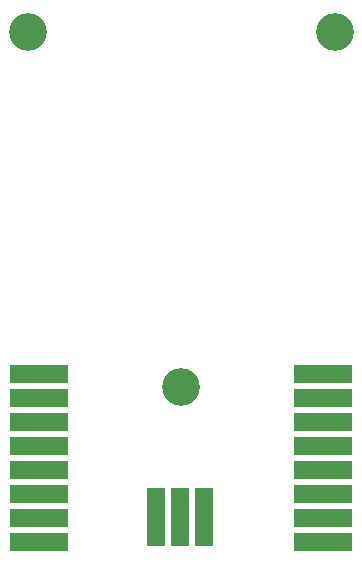
<source format=gbr>
%TF.GenerationSoftware,KiCad,Pcbnew,(5.1.10)-1*%
%TF.CreationDate,2022-02-27T18:22:25-05:00*%
%TF.ProjectId,chunair_core,6368756e-6169-4725-9f63-6f72652e6b69,rev?*%
%TF.SameCoordinates,Original*%
%TF.FileFunction,Soldermask,Top*%
%TF.FilePolarity,Negative*%
%FSLAX46Y46*%
G04 Gerber Fmt 4.6, Leading zero omitted, Abs format (unit mm)*
G04 Created by KiCad (PCBNEW (5.1.10)-1) date 2022-02-27 18:22:25*
%MOMM*%
%LPD*%
G01*
G04 APERTURE LIST*
%ADD10C,3.200000*%
%ADD11R,1.500000X5.000000*%
%ADD12R,5.000000X1.500000*%
G04 APERTURE END LIST*
D10*
%TO.C,H3*%
X150000000Y-84000000D03*
%TD*%
D11*
%TO.C,J3*%
X149936000Y-95000000D03*
X151968000Y-95000000D03*
X147904000Y-95000000D03*
%TD*%
D12*
%TO.C,J2*%
X162000000Y-97128000D03*
X162000000Y-95096000D03*
X162000000Y-89000000D03*
X162000000Y-91032000D03*
X162000000Y-93064000D03*
X162000000Y-84936000D03*
X162000000Y-86968000D03*
X162000000Y-82904000D03*
%TD*%
%TO.C,J1*%
X138000000Y-97128000D03*
X138000000Y-95096000D03*
X138000000Y-89000000D03*
X138000000Y-91032000D03*
X138000000Y-93064000D03*
X138000000Y-84936000D03*
X138000000Y-86968000D03*
X138000000Y-82904000D03*
%TD*%
D10*
%TO.C,H2*%
X137000000Y-54000000D03*
%TD*%
%TO.C,H1*%
X163000000Y-54000000D03*
%TD*%
M02*

</source>
